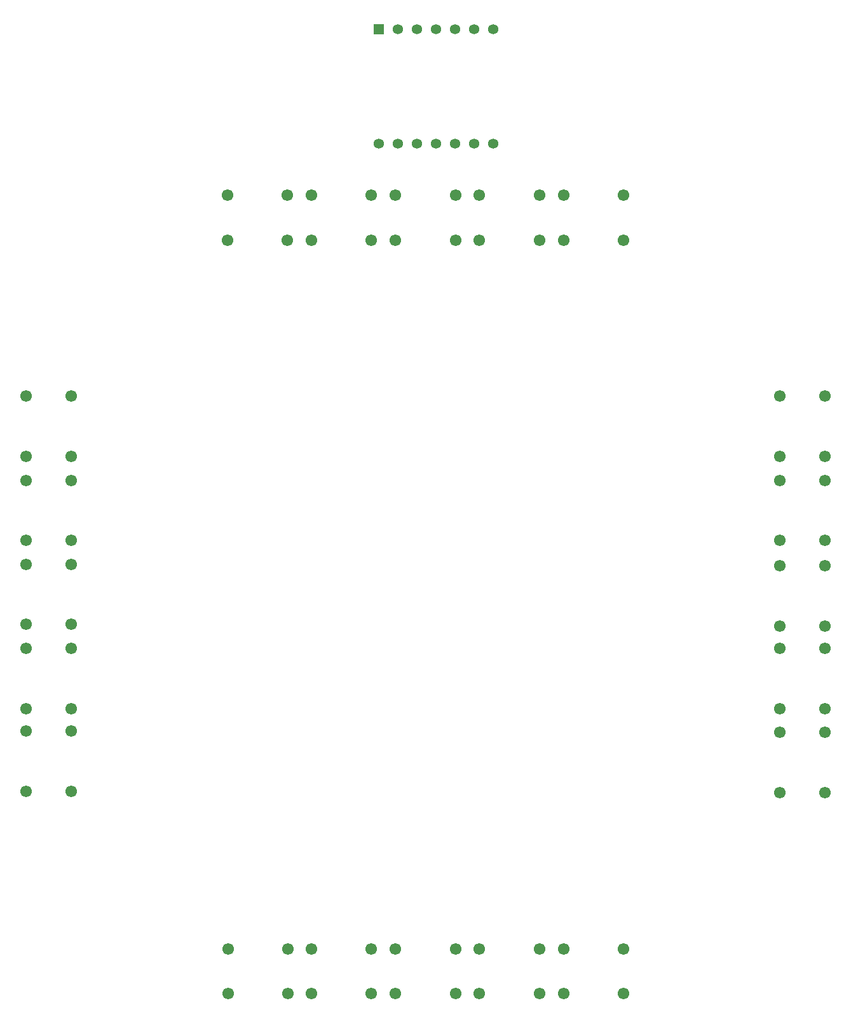
<source format=gbr>
%TF.GenerationSoftware,KiCad,Pcbnew,9.0.2*%
%TF.CreationDate,2025-07-05T18:40:33-07:00*%
%TF.ProjectId,ddi_1.2,6464695f-312e-4322-9e6b-696361645f70,rev?*%
%TF.SameCoordinates,Original*%
%TF.FileFunction,Copper,L4,Bot*%
%TF.FilePolarity,Positive*%
%FSLAX46Y46*%
G04 Gerber Fmt 4.6, Leading zero omitted, Abs format (unit mm)*
G04 Created by KiCad (PCBNEW 9.0.2) date 2025-07-05 18:40:33*
%MOMM*%
%LPD*%
G01*
G04 APERTURE LIST*
%TA.AperFunction,ComponentPad*%
%ADD10C,1.549400*%
%TD*%
%TA.AperFunction,ComponentPad*%
%ADD11R,1.358000X1.358000*%
%TD*%
%TA.AperFunction,ComponentPad*%
%ADD12C,1.358000*%
%TD*%
G04 APERTURE END LIST*
D10*
%TO.P,SW7,1,a*%
%TO.N,/B2*%
X203200000Y-84800000D03*
%TO.P,SW7,2,b*%
%TO.N,unconnected-(SW7-b-Pad2)*%
X197199997Y-84800000D03*
%TO.P,SW7,3,c*%
%TO.N,unconnected-(SW7-c-Pad3)*%
X203200000Y-92799999D03*
%TO.P,SW7,4,d*%
%TO.N,/X2*%
X197199997Y-92799999D03*
%TD*%
%TO.P,SW17,1,a*%
%TO.N,/B4*%
X96800000Y-115200000D03*
%TO.P,SW17,2,b*%
%TO.N,unconnected-(SW17-b-Pad2)*%
X102800003Y-115200000D03*
%TO.P,SW17,3,c*%
%TO.N,unconnected-(SW17-c-Pad3)*%
X96800000Y-107200001D03*
%TO.P,SW17,4,d*%
%TO.N,/X2*%
X102800003Y-107200001D03*
%TD*%
%TO.P,SW20,1,a*%
%TO.N,/B4*%
X96800000Y-81600000D03*
%TO.P,SW20,2,b*%
%TO.N,unconnected-(SW20-b-Pad2)*%
X102800003Y-81600000D03*
%TO.P,SW20,3,c*%
%TO.N,unconnected-(SW20-c-Pad3)*%
X96800000Y-73600001D03*
%TO.P,SW20,4,d*%
%TO.N,/X5*%
X102800003Y-73600001D03*
%TD*%
%TO.P,SW5,1,a*%
%TO.N,/B1*%
X168400000Y-46800000D03*
%TO.P,SW5,2,b*%
%TO.N,unconnected-(SW5-b-Pad2)*%
X168400000Y-52800003D03*
%TO.P,SW5,3,c*%
%TO.N,unconnected-(SW5-c-Pad3)*%
X176399999Y-46800000D03*
%TO.P,SW5,4,d*%
%TO.N,/X5*%
X176399999Y-52800003D03*
%TD*%
%TO.P,SW6,1,a*%
%TO.N,/B2*%
X203200000Y-73600000D03*
%TO.P,SW6,2,b*%
%TO.N,unconnected-(SW6-b-Pad2)*%
X197199997Y-73600000D03*
%TO.P,SW6,3,c*%
%TO.N,unconnected-(SW6-c-Pad3)*%
X203200000Y-81599999D03*
%TO.P,SW6,4,d*%
%TO.N,/X1*%
X197199997Y-81599999D03*
%TD*%
%TO.P,SW13,1,a*%
%TO.N,/B3*%
X153999999Y-153200000D03*
%TO.P,SW13,2,b*%
%TO.N,unconnected-(SW13-b-Pad2)*%
X153999999Y-147199997D03*
%TO.P,SW13,3,c*%
%TO.N,unconnected-(SW13-c-Pad3)*%
X146000000Y-153200000D03*
%TO.P,SW13,4,d*%
%TO.N,/X3*%
X146000000Y-147199997D03*
%TD*%
%TO.P,SW9,1,a*%
%TO.N,/B2*%
X203200000Y-107200000D03*
%TO.P,SW9,2,b*%
%TO.N,unconnected-(SW9-b-Pad2)*%
X197199997Y-107200000D03*
%TO.P,SW9,3,c*%
%TO.N,unconnected-(SW9-c-Pad3)*%
X203200000Y-115199999D03*
%TO.P,SW9,4,d*%
%TO.N,/X4*%
X197199997Y-115199999D03*
%TD*%
%TO.P,SW8,1,a*%
%TO.N,/B2*%
X203200000Y-96200000D03*
%TO.P,SW8,2,b*%
%TO.N,unconnected-(SW8-b-Pad2)*%
X197199997Y-96200000D03*
%TO.P,SW8,3,c*%
%TO.N,unconnected-(SW8-c-Pad3)*%
X203200000Y-104199999D03*
%TO.P,SW8,4,d*%
%TO.N,/X3*%
X197199997Y-104199999D03*
%TD*%
%TO.P,SW12,1,a*%
%TO.N,/B3*%
X165199999Y-153200000D03*
%TO.P,SW12,2,b*%
%TO.N,unconnected-(SW12-b-Pad2)*%
X165199999Y-147199997D03*
%TO.P,SW12,3,c*%
%TO.N,unconnected-(SW12-c-Pad3)*%
X157200000Y-153200000D03*
%TO.P,SW12,4,d*%
%TO.N,/X2*%
X157200000Y-147199997D03*
%TD*%
%TO.P,SW1,1,a*%
%TO.N,/B1*%
X123600000Y-46800000D03*
%TO.P,SW1,2,b*%
%TO.N,unconnected-(SW1-b-Pad2)*%
X123600000Y-52800003D03*
%TO.P,SW1,3,c*%
%TO.N,unconnected-(SW1-c-Pad3)*%
X131599999Y-46800000D03*
%TO.P,SW1,4,d*%
%TO.N,/X1*%
X131599999Y-52800003D03*
%TD*%
%TO.P,SW18,1,a*%
%TO.N,/B4*%
X96800000Y-104000000D03*
%TO.P,SW18,2,b*%
%TO.N,unconnected-(SW18-b-Pad2)*%
X102800003Y-104000000D03*
%TO.P,SW18,3,c*%
%TO.N,unconnected-(SW18-c-Pad3)*%
X96800000Y-96000001D03*
%TO.P,SW18,4,d*%
%TO.N,/X3*%
X102800003Y-96000001D03*
%TD*%
%TO.P,SW15,1,a*%
%TO.N,/B3*%
X131699999Y-153200000D03*
%TO.P,SW15,2,b*%
%TO.N,unconnected-(SW15-b-Pad2)*%
X131699999Y-147199997D03*
%TO.P,SW15,3,c*%
%TO.N,unconnected-(SW15-c-Pad3)*%
X123700000Y-153200000D03*
%TO.P,SW15,4,d*%
%TO.N,/X5*%
X123700000Y-147199997D03*
%TD*%
%TO.P,SW2,1,a*%
%TO.N,/B1*%
X134800000Y-46800000D03*
%TO.P,SW2,2,b*%
%TO.N,unconnected-(SW2-b-Pad2)*%
X134800000Y-52800003D03*
%TO.P,SW2,3,c*%
%TO.N,unconnected-(SW2-c-Pad3)*%
X142799999Y-46800000D03*
%TO.P,SW2,4,d*%
%TO.N,/X2*%
X142799999Y-52800003D03*
%TD*%
%TO.P,SW3,1,a*%
%TO.N,/B1*%
X146000000Y-46800000D03*
%TO.P,SW3,2,b*%
%TO.N,unconnected-(SW3-b-Pad2)*%
X146000000Y-52800003D03*
%TO.P,SW3,3,c*%
%TO.N,unconnected-(SW3-c-Pad3)*%
X153999999Y-46800000D03*
%TO.P,SW3,4,d*%
%TO.N,/X3*%
X153999999Y-52800003D03*
%TD*%
%TO.P,SW11,1,a*%
%TO.N,/B3*%
X176399999Y-153200000D03*
%TO.P,SW11,2,b*%
%TO.N,unconnected-(SW11-b-Pad2)*%
X176399999Y-147199997D03*
%TO.P,SW11,3,c*%
%TO.N,unconnected-(SW11-c-Pad3)*%
X168400000Y-153200000D03*
%TO.P,SW11,4,d*%
%TO.N,/X1*%
X168400000Y-147199997D03*
%TD*%
%TO.P,SW16,1,a*%
%TO.N,/B4*%
X96800000Y-126200000D03*
%TO.P,SW16,2,b*%
%TO.N,unconnected-(SW16-b-Pad2)*%
X102800003Y-126200000D03*
%TO.P,SW16,3,c*%
%TO.N,unconnected-(SW16-c-Pad3)*%
X96800000Y-118200001D03*
%TO.P,SW16,4,d*%
%TO.N,/X1*%
X102800003Y-118200001D03*
%TD*%
%TO.P,SW14,1,a*%
%TO.N,/B3*%
X142799999Y-153200000D03*
%TO.P,SW14,2,b*%
%TO.N,unconnected-(SW14-b-Pad2)*%
X142799999Y-147199997D03*
%TO.P,SW14,3,c*%
%TO.N,unconnected-(SW14-c-Pad3)*%
X134800000Y-153200000D03*
%TO.P,SW14,4,d*%
%TO.N,/X4*%
X134800000Y-147199997D03*
%TD*%
%TO.P,SW19,1,a*%
%TO.N,/B4*%
X96800000Y-92800000D03*
%TO.P,SW19,2,b*%
%TO.N,unconnected-(SW19-b-Pad2)*%
X102800003Y-92800000D03*
%TO.P,SW19,3,c*%
%TO.N,unconnected-(SW19-c-Pad3)*%
X96800000Y-84800001D03*
%TO.P,SW19,4,d*%
%TO.N,/X4*%
X102800003Y-84800001D03*
%TD*%
%TO.P,SW4,1,a*%
%TO.N,/B1*%
X157200000Y-46800000D03*
%TO.P,SW4,2,b*%
%TO.N,unconnected-(SW4-b-Pad2)*%
X157200000Y-52800003D03*
%TO.P,SW4,3,c*%
%TO.N,unconnected-(SW4-c-Pad3)*%
X165199999Y-46800000D03*
%TO.P,SW4,4,d*%
%TO.N,/X4*%
X165199999Y-52800003D03*
%TD*%
%TO.P,SW10,1,a*%
%TO.N,/B2*%
X203200000Y-118400000D03*
%TO.P,SW10,2,b*%
%TO.N,unconnected-(SW10-b-Pad2)*%
X197199997Y-118400000D03*
%TO.P,SW10,3,c*%
%TO.N,unconnected-(SW10-c-Pad3)*%
X203200000Y-126399999D03*
%TO.P,SW10,4,d*%
%TO.N,/X5*%
X197199997Y-126399999D03*
%TD*%
D11*
%TO.P,U1,1,PA02_A0_D0*%
%TO.N,/B1*%
X143760000Y-24760000D03*
D12*
%TO.P,U1,2,PA4_A1_D1*%
%TO.N,/B2*%
X146300000Y-24760000D03*
%TO.P,U1,3,PA10_A2_D2*%
%TO.N,/B3*%
X148840000Y-24760000D03*
%TO.P,U1,4,PA11_A3_D3*%
%TO.N,/B4*%
X151380000Y-24760000D03*
%TO.P,U1,5,PA8_A4_D4_SDA*%
%TO.N,unconnected-(U1-PA8_A4_D4_SDA-Pad5)*%
X153920000Y-24760000D03*
%TO.P,U1,6,PA9_A5_D5_SCL*%
%TO.N,unconnected-(U1-PA9_A5_D5_SCL-Pad6)*%
X156460000Y-24760000D03*
%TO.P,U1,7,PB08_A6_D6_TX*%
%TO.N,/X1*%
X159000000Y-24760000D03*
%TO.P,U1,8,PB09_A7_D7_RX*%
%TO.N,/X2*%
X159000000Y-40000000D03*
%TO.P,U1,9,PA7_A8_D8_SCK*%
%TO.N,/X3*%
X156460000Y-40000000D03*
%TO.P,U1,10,PA5_A9_D9_MISO*%
%TO.N,/X4*%
X153920000Y-40000000D03*
%TO.P,U1,11,PA6_A10_D10_MOSI*%
%TO.N,/X5*%
X151380000Y-40000000D03*
%TO.P,U1,12,3V3*%
%TO.N,unconnected-(U1-3V3-Pad12)*%
X148840000Y-40000000D03*
%TO.P,U1,13,GND*%
%TO.N,unconnected-(U1-GND-Pad13)*%
X146300000Y-40000000D03*
%TO.P,U1,14,5V*%
%TO.N,unconnected-(U1-5V-Pad14)*%
X143760000Y-40000000D03*
%TD*%
M02*

</source>
